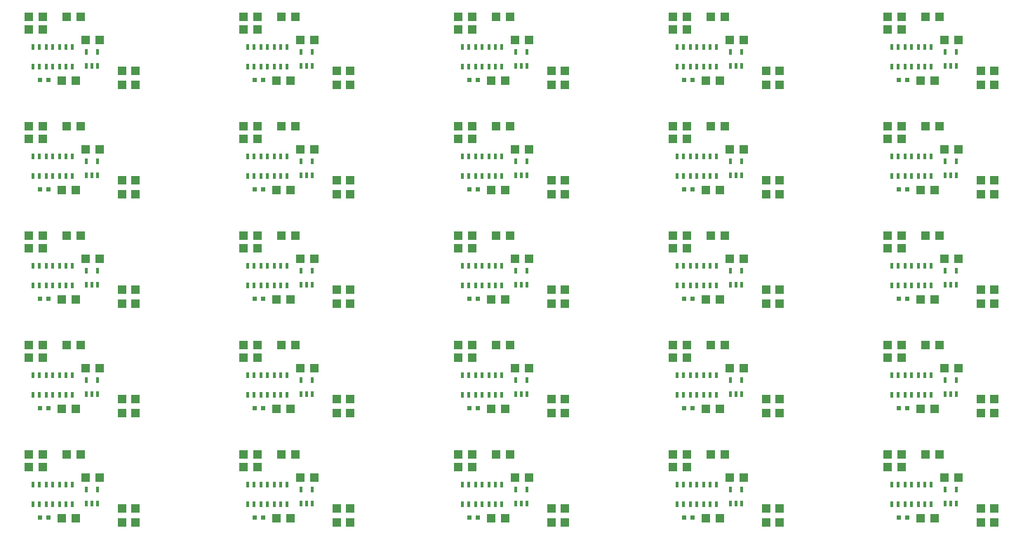
<source format=gbp>
G04 EAGLE Gerber RS-274X export*
G75*
%MOMM*%
%FSLAX34Y34*%
%LPD*%
%INSolderpaste Bottom*%
%IPPOS*%
%AMOC8*
5,1,8,0,0,1.08239X$1,22.5*%
G01*
%ADD10R,0.400000X0.750000*%
%ADD11R,0.330200X0.685800*%
%ADD12R,0.350000X0.750000*%
%ADD13R,1.100000X1.000000*%
%ADD14R,0.600000X0.600000*%
%ADD15R,1.000000X1.100000*%


D10*
X180744Y71750D03*
X167744Y71750D03*
D11*
X180975Y55245D03*
X174244Y55245D03*
X167513Y55245D03*
D12*
X102912Y77965D03*
X110912Y77965D03*
X118912Y77965D03*
X126912Y77965D03*
X134912Y77965D03*
X142912Y77965D03*
X150912Y77965D03*
X150912Y53965D03*
X142912Y53965D03*
X134912Y53965D03*
X126912Y53965D03*
X118912Y53965D03*
X110912Y53965D03*
X102912Y53965D03*
D13*
X115180Y99060D03*
X98180Y99060D03*
X115180Y114300D03*
X98180Y114300D03*
X183760Y86360D03*
X166760Y86360D03*
X137728Y37617D03*
X154728Y37617D03*
D14*
X121840Y38100D03*
X111840Y38100D03*
D13*
X160900Y114300D03*
X143900Y114300D03*
D15*
X210566Y32140D03*
X210566Y49140D03*
X226822Y32140D03*
X226822Y49140D03*
D10*
X439824Y71750D03*
X426824Y71750D03*
D11*
X440055Y55245D03*
X433324Y55245D03*
X426593Y55245D03*
D12*
X361992Y77965D03*
X369992Y77965D03*
X377992Y77965D03*
X385992Y77965D03*
X393992Y77965D03*
X401992Y77965D03*
X409992Y77965D03*
X409992Y53965D03*
X401992Y53965D03*
X393992Y53965D03*
X385992Y53965D03*
X377992Y53965D03*
X369992Y53965D03*
X361992Y53965D03*
D13*
X374260Y99060D03*
X357260Y99060D03*
X374260Y114300D03*
X357260Y114300D03*
X442840Y86360D03*
X425840Y86360D03*
X396808Y37617D03*
X413808Y37617D03*
D14*
X380920Y38100D03*
X370920Y38100D03*
D13*
X419980Y114300D03*
X402980Y114300D03*
D15*
X469646Y32140D03*
X469646Y49140D03*
X485902Y32140D03*
X485902Y49140D03*
D10*
X698904Y71750D03*
X685904Y71750D03*
D11*
X699135Y55245D03*
X692404Y55245D03*
X685673Y55245D03*
D12*
X621072Y77965D03*
X629072Y77965D03*
X637072Y77965D03*
X645072Y77965D03*
X653072Y77965D03*
X661072Y77965D03*
X669072Y77965D03*
X669072Y53965D03*
X661072Y53965D03*
X653072Y53965D03*
X645072Y53965D03*
X637072Y53965D03*
X629072Y53965D03*
X621072Y53965D03*
D13*
X633340Y99060D03*
X616340Y99060D03*
X633340Y114300D03*
X616340Y114300D03*
X701920Y86360D03*
X684920Y86360D03*
X655888Y37617D03*
X672888Y37617D03*
D14*
X640000Y38100D03*
X630000Y38100D03*
D13*
X679060Y114300D03*
X662060Y114300D03*
D15*
X728726Y32140D03*
X728726Y49140D03*
X744982Y32140D03*
X744982Y49140D03*
D10*
X957984Y71750D03*
X944984Y71750D03*
D11*
X958215Y55245D03*
X951484Y55245D03*
X944753Y55245D03*
D12*
X880152Y77965D03*
X888152Y77965D03*
X896152Y77965D03*
X904152Y77965D03*
X912152Y77965D03*
X920152Y77965D03*
X928152Y77965D03*
X928152Y53965D03*
X920152Y53965D03*
X912152Y53965D03*
X904152Y53965D03*
X896152Y53965D03*
X888152Y53965D03*
X880152Y53965D03*
D13*
X892420Y99060D03*
X875420Y99060D03*
X892420Y114300D03*
X875420Y114300D03*
X961000Y86360D03*
X944000Y86360D03*
X914968Y37617D03*
X931968Y37617D03*
D14*
X899080Y38100D03*
X889080Y38100D03*
D13*
X938140Y114300D03*
X921140Y114300D03*
D15*
X987806Y32140D03*
X987806Y49140D03*
X1004062Y32140D03*
X1004062Y49140D03*
D10*
X1217064Y71750D03*
X1204064Y71750D03*
D11*
X1217295Y55245D03*
X1210564Y55245D03*
X1203833Y55245D03*
D12*
X1139232Y77965D03*
X1147232Y77965D03*
X1155232Y77965D03*
X1163232Y77965D03*
X1171232Y77965D03*
X1179232Y77965D03*
X1187232Y77965D03*
X1187232Y53965D03*
X1179232Y53965D03*
X1171232Y53965D03*
X1163232Y53965D03*
X1155232Y53965D03*
X1147232Y53965D03*
X1139232Y53965D03*
D13*
X1151500Y99060D03*
X1134500Y99060D03*
X1151500Y114300D03*
X1134500Y114300D03*
X1220080Y86360D03*
X1203080Y86360D03*
X1174048Y37617D03*
X1191048Y37617D03*
D14*
X1158160Y38100D03*
X1148160Y38100D03*
D13*
X1197220Y114300D03*
X1180220Y114300D03*
D15*
X1246886Y32140D03*
X1246886Y49140D03*
X1263142Y32140D03*
X1263142Y49140D03*
D10*
X180744Y203830D03*
X167744Y203830D03*
D11*
X180975Y187325D03*
X174244Y187325D03*
X167513Y187325D03*
D12*
X102912Y210045D03*
X110912Y210045D03*
X118912Y210045D03*
X126912Y210045D03*
X134912Y210045D03*
X142912Y210045D03*
X150912Y210045D03*
X150912Y186045D03*
X142912Y186045D03*
X134912Y186045D03*
X126912Y186045D03*
X118912Y186045D03*
X110912Y186045D03*
X102912Y186045D03*
D13*
X115180Y231140D03*
X98180Y231140D03*
X115180Y246380D03*
X98180Y246380D03*
X183760Y218440D03*
X166760Y218440D03*
X137728Y169697D03*
X154728Y169697D03*
D14*
X121840Y170180D03*
X111840Y170180D03*
D13*
X160900Y246380D03*
X143900Y246380D03*
D15*
X210566Y164220D03*
X210566Y181220D03*
X226822Y164220D03*
X226822Y181220D03*
D10*
X439824Y203830D03*
X426824Y203830D03*
D11*
X440055Y187325D03*
X433324Y187325D03*
X426593Y187325D03*
D12*
X361992Y210045D03*
X369992Y210045D03*
X377992Y210045D03*
X385992Y210045D03*
X393992Y210045D03*
X401992Y210045D03*
X409992Y210045D03*
X409992Y186045D03*
X401992Y186045D03*
X393992Y186045D03*
X385992Y186045D03*
X377992Y186045D03*
X369992Y186045D03*
X361992Y186045D03*
D13*
X374260Y231140D03*
X357260Y231140D03*
X374260Y246380D03*
X357260Y246380D03*
X442840Y218440D03*
X425840Y218440D03*
X396808Y169697D03*
X413808Y169697D03*
D14*
X380920Y170180D03*
X370920Y170180D03*
D13*
X419980Y246380D03*
X402980Y246380D03*
D15*
X469646Y164220D03*
X469646Y181220D03*
X485902Y164220D03*
X485902Y181220D03*
D10*
X698904Y203830D03*
X685904Y203830D03*
D11*
X699135Y187325D03*
X692404Y187325D03*
X685673Y187325D03*
D12*
X621072Y210045D03*
X629072Y210045D03*
X637072Y210045D03*
X645072Y210045D03*
X653072Y210045D03*
X661072Y210045D03*
X669072Y210045D03*
X669072Y186045D03*
X661072Y186045D03*
X653072Y186045D03*
X645072Y186045D03*
X637072Y186045D03*
X629072Y186045D03*
X621072Y186045D03*
D13*
X633340Y231140D03*
X616340Y231140D03*
X633340Y246380D03*
X616340Y246380D03*
X701920Y218440D03*
X684920Y218440D03*
X655888Y169697D03*
X672888Y169697D03*
D14*
X640000Y170180D03*
X630000Y170180D03*
D13*
X679060Y246380D03*
X662060Y246380D03*
D15*
X728726Y164220D03*
X728726Y181220D03*
X744982Y164220D03*
X744982Y181220D03*
D10*
X957984Y203830D03*
X944984Y203830D03*
D11*
X958215Y187325D03*
X951484Y187325D03*
X944753Y187325D03*
D12*
X880152Y210045D03*
X888152Y210045D03*
X896152Y210045D03*
X904152Y210045D03*
X912152Y210045D03*
X920152Y210045D03*
X928152Y210045D03*
X928152Y186045D03*
X920152Y186045D03*
X912152Y186045D03*
X904152Y186045D03*
X896152Y186045D03*
X888152Y186045D03*
X880152Y186045D03*
D13*
X892420Y231140D03*
X875420Y231140D03*
X892420Y246380D03*
X875420Y246380D03*
X961000Y218440D03*
X944000Y218440D03*
X914968Y169697D03*
X931968Y169697D03*
D14*
X899080Y170180D03*
X889080Y170180D03*
D13*
X938140Y246380D03*
X921140Y246380D03*
D15*
X987806Y164220D03*
X987806Y181220D03*
X1004062Y164220D03*
X1004062Y181220D03*
D10*
X1217064Y203830D03*
X1204064Y203830D03*
D11*
X1217295Y187325D03*
X1210564Y187325D03*
X1203833Y187325D03*
D12*
X1139232Y210045D03*
X1147232Y210045D03*
X1155232Y210045D03*
X1163232Y210045D03*
X1171232Y210045D03*
X1179232Y210045D03*
X1187232Y210045D03*
X1187232Y186045D03*
X1179232Y186045D03*
X1171232Y186045D03*
X1163232Y186045D03*
X1155232Y186045D03*
X1147232Y186045D03*
X1139232Y186045D03*
D13*
X1151500Y231140D03*
X1134500Y231140D03*
X1151500Y246380D03*
X1134500Y246380D03*
X1220080Y218440D03*
X1203080Y218440D03*
X1174048Y169697D03*
X1191048Y169697D03*
D14*
X1158160Y170180D03*
X1148160Y170180D03*
D13*
X1197220Y246380D03*
X1180220Y246380D03*
D15*
X1246886Y164220D03*
X1246886Y181220D03*
X1263142Y164220D03*
X1263142Y181220D03*
D10*
X180744Y335910D03*
X167744Y335910D03*
D11*
X180975Y319405D03*
X174244Y319405D03*
X167513Y319405D03*
D12*
X102912Y342125D03*
X110912Y342125D03*
X118912Y342125D03*
X126912Y342125D03*
X134912Y342125D03*
X142912Y342125D03*
X150912Y342125D03*
X150912Y318125D03*
X142912Y318125D03*
X134912Y318125D03*
X126912Y318125D03*
X118912Y318125D03*
X110912Y318125D03*
X102912Y318125D03*
D13*
X115180Y363220D03*
X98180Y363220D03*
X115180Y378460D03*
X98180Y378460D03*
X183760Y350520D03*
X166760Y350520D03*
X137728Y301777D03*
X154728Y301777D03*
D14*
X121840Y302260D03*
X111840Y302260D03*
D13*
X160900Y378460D03*
X143900Y378460D03*
D15*
X210566Y296300D03*
X210566Y313300D03*
X226822Y296300D03*
X226822Y313300D03*
D10*
X439824Y335910D03*
X426824Y335910D03*
D11*
X440055Y319405D03*
X433324Y319405D03*
X426593Y319405D03*
D12*
X361992Y342125D03*
X369992Y342125D03*
X377992Y342125D03*
X385992Y342125D03*
X393992Y342125D03*
X401992Y342125D03*
X409992Y342125D03*
X409992Y318125D03*
X401992Y318125D03*
X393992Y318125D03*
X385992Y318125D03*
X377992Y318125D03*
X369992Y318125D03*
X361992Y318125D03*
D13*
X374260Y363220D03*
X357260Y363220D03*
X374260Y378460D03*
X357260Y378460D03*
X442840Y350520D03*
X425840Y350520D03*
X396808Y301777D03*
X413808Y301777D03*
D14*
X380920Y302260D03*
X370920Y302260D03*
D13*
X419980Y378460D03*
X402980Y378460D03*
D15*
X469646Y296300D03*
X469646Y313300D03*
X485902Y296300D03*
X485902Y313300D03*
D10*
X698904Y335910D03*
X685904Y335910D03*
D11*
X699135Y319405D03*
X692404Y319405D03*
X685673Y319405D03*
D12*
X621072Y342125D03*
X629072Y342125D03*
X637072Y342125D03*
X645072Y342125D03*
X653072Y342125D03*
X661072Y342125D03*
X669072Y342125D03*
X669072Y318125D03*
X661072Y318125D03*
X653072Y318125D03*
X645072Y318125D03*
X637072Y318125D03*
X629072Y318125D03*
X621072Y318125D03*
D13*
X633340Y363220D03*
X616340Y363220D03*
X633340Y378460D03*
X616340Y378460D03*
X701920Y350520D03*
X684920Y350520D03*
X655888Y301777D03*
X672888Y301777D03*
D14*
X640000Y302260D03*
X630000Y302260D03*
D13*
X679060Y378460D03*
X662060Y378460D03*
D15*
X728726Y296300D03*
X728726Y313300D03*
X744982Y296300D03*
X744982Y313300D03*
D10*
X957984Y335910D03*
X944984Y335910D03*
D11*
X958215Y319405D03*
X951484Y319405D03*
X944753Y319405D03*
D12*
X880152Y342125D03*
X888152Y342125D03*
X896152Y342125D03*
X904152Y342125D03*
X912152Y342125D03*
X920152Y342125D03*
X928152Y342125D03*
X928152Y318125D03*
X920152Y318125D03*
X912152Y318125D03*
X904152Y318125D03*
X896152Y318125D03*
X888152Y318125D03*
X880152Y318125D03*
D13*
X892420Y363220D03*
X875420Y363220D03*
X892420Y378460D03*
X875420Y378460D03*
X961000Y350520D03*
X944000Y350520D03*
X914968Y301777D03*
X931968Y301777D03*
D14*
X899080Y302260D03*
X889080Y302260D03*
D13*
X938140Y378460D03*
X921140Y378460D03*
D15*
X987806Y296300D03*
X987806Y313300D03*
X1004062Y296300D03*
X1004062Y313300D03*
D10*
X1217064Y335910D03*
X1204064Y335910D03*
D11*
X1217295Y319405D03*
X1210564Y319405D03*
X1203833Y319405D03*
D12*
X1139232Y342125D03*
X1147232Y342125D03*
X1155232Y342125D03*
X1163232Y342125D03*
X1171232Y342125D03*
X1179232Y342125D03*
X1187232Y342125D03*
X1187232Y318125D03*
X1179232Y318125D03*
X1171232Y318125D03*
X1163232Y318125D03*
X1155232Y318125D03*
X1147232Y318125D03*
X1139232Y318125D03*
D13*
X1151500Y363220D03*
X1134500Y363220D03*
X1151500Y378460D03*
X1134500Y378460D03*
X1220080Y350520D03*
X1203080Y350520D03*
X1174048Y301777D03*
X1191048Y301777D03*
D14*
X1158160Y302260D03*
X1148160Y302260D03*
D13*
X1197220Y378460D03*
X1180220Y378460D03*
D15*
X1246886Y296300D03*
X1246886Y313300D03*
X1263142Y296300D03*
X1263142Y313300D03*
D10*
X180744Y467990D03*
X167744Y467990D03*
D11*
X180975Y451485D03*
X174244Y451485D03*
X167513Y451485D03*
D12*
X102912Y474205D03*
X110912Y474205D03*
X118912Y474205D03*
X126912Y474205D03*
X134912Y474205D03*
X142912Y474205D03*
X150912Y474205D03*
X150912Y450205D03*
X142912Y450205D03*
X134912Y450205D03*
X126912Y450205D03*
X118912Y450205D03*
X110912Y450205D03*
X102912Y450205D03*
D13*
X115180Y495300D03*
X98180Y495300D03*
X115180Y510540D03*
X98180Y510540D03*
X183760Y482600D03*
X166760Y482600D03*
X137728Y433857D03*
X154728Y433857D03*
D14*
X121840Y434340D03*
X111840Y434340D03*
D13*
X160900Y510540D03*
X143900Y510540D03*
D15*
X210566Y428380D03*
X210566Y445380D03*
X226822Y428380D03*
X226822Y445380D03*
D10*
X439824Y467990D03*
X426824Y467990D03*
D11*
X440055Y451485D03*
X433324Y451485D03*
X426593Y451485D03*
D12*
X361992Y474205D03*
X369992Y474205D03*
X377992Y474205D03*
X385992Y474205D03*
X393992Y474205D03*
X401992Y474205D03*
X409992Y474205D03*
X409992Y450205D03*
X401992Y450205D03*
X393992Y450205D03*
X385992Y450205D03*
X377992Y450205D03*
X369992Y450205D03*
X361992Y450205D03*
D13*
X374260Y495300D03*
X357260Y495300D03*
X374260Y510540D03*
X357260Y510540D03*
X442840Y482600D03*
X425840Y482600D03*
X396808Y433857D03*
X413808Y433857D03*
D14*
X380920Y434340D03*
X370920Y434340D03*
D13*
X419980Y510540D03*
X402980Y510540D03*
D15*
X469646Y428380D03*
X469646Y445380D03*
X485902Y428380D03*
X485902Y445380D03*
D10*
X698904Y467990D03*
X685904Y467990D03*
D11*
X699135Y451485D03*
X692404Y451485D03*
X685673Y451485D03*
D12*
X621072Y474205D03*
X629072Y474205D03*
X637072Y474205D03*
X645072Y474205D03*
X653072Y474205D03*
X661072Y474205D03*
X669072Y474205D03*
X669072Y450205D03*
X661072Y450205D03*
X653072Y450205D03*
X645072Y450205D03*
X637072Y450205D03*
X629072Y450205D03*
X621072Y450205D03*
D13*
X633340Y495300D03*
X616340Y495300D03*
X633340Y510540D03*
X616340Y510540D03*
X701920Y482600D03*
X684920Y482600D03*
X655888Y433857D03*
X672888Y433857D03*
D14*
X640000Y434340D03*
X630000Y434340D03*
D13*
X679060Y510540D03*
X662060Y510540D03*
D15*
X728726Y428380D03*
X728726Y445380D03*
X744982Y428380D03*
X744982Y445380D03*
D10*
X957984Y467990D03*
X944984Y467990D03*
D11*
X958215Y451485D03*
X951484Y451485D03*
X944753Y451485D03*
D12*
X880152Y474205D03*
X888152Y474205D03*
X896152Y474205D03*
X904152Y474205D03*
X912152Y474205D03*
X920152Y474205D03*
X928152Y474205D03*
X928152Y450205D03*
X920152Y450205D03*
X912152Y450205D03*
X904152Y450205D03*
X896152Y450205D03*
X888152Y450205D03*
X880152Y450205D03*
D13*
X892420Y495300D03*
X875420Y495300D03*
X892420Y510540D03*
X875420Y510540D03*
X961000Y482600D03*
X944000Y482600D03*
X914968Y433857D03*
X931968Y433857D03*
D14*
X899080Y434340D03*
X889080Y434340D03*
D13*
X938140Y510540D03*
X921140Y510540D03*
D15*
X987806Y428380D03*
X987806Y445380D03*
X1004062Y428380D03*
X1004062Y445380D03*
D10*
X1217064Y467990D03*
X1204064Y467990D03*
D11*
X1217295Y451485D03*
X1210564Y451485D03*
X1203833Y451485D03*
D12*
X1139232Y474205D03*
X1147232Y474205D03*
X1155232Y474205D03*
X1163232Y474205D03*
X1171232Y474205D03*
X1179232Y474205D03*
X1187232Y474205D03*
X1187232Y450205D03*
X1179232Y450205D03*
X1171232Y450205D03*
X1163232Y450205D03*
X1155232Y450205D03*
X1147232Y450205D03*
X1139232Y450205D03*
D13*
X1151500Y495300D03*
X1134500Y495300D03*
X1151500Y510540D03*
X1134500Y510540D03*
X1220080Y482600D03*
X1203080Y482600D03*
X1174048Y433857D03*
X1191048Y433857D03*
D14*
X1158160Y434340D03*
X1148160Y434340D03*
D13*
X1197220Y510540D03*
X1180220Y510540D03*
D15*
X1246886Y428380D03*
X1246886Y445380D03*
X1263142Y428380D03*
X1263142Y445380D03*
D10*
X180744Y600070D03*
X167744Y600070D03*
D11*
X180975Y583565D03*
X174244Y583565D03*
X167513Y583565D03*
D12*
X102912Y606285D03*
X110912Y606285D03*
X118912Y606285D03*
X126912Y606285D03*
X134912Y606285D03*
X142912Y606285D03*
X150912Y606285D03*
X150912Y582285D03*
X142912Y582285D03*
X134912Y582285D03*
X126912Y582285D03*
X118912Y582285D03*
X110912Y582285D03*
X102912Y582285D03*
D13*
X115180Y627380D03*
X98180Y627380D03*
X115180Y642620D03*
X98180Y642620D03*
X183760Y614680D03*
X166760Y614680D03*
X137728Y565937D03*
X154728Y565937D03*
D14*
X121840Y566420D03*
X111840Y566420D03*
D13*
X160900Y642620D03*
X143900Y642620D03*
D15*
X210566Y560460D03*
X210566Y577460D03*
X226822Y560460D03*
X226822Y577460D03*
D10*
X439824Y600070D03*
X426824Y600070D03*
D11*
X440055Y583565D03*
X433324Y583565D03*
X426593Y583565D03*
D12*
X361992Y606285D03*
X369992Y606285D03*
X377992Y606285D03*
X385992Y606285D03*
X393992Y606285D03*
X401992Y606285D03*
X409992Y606285D03*
X409992Y582285D03*
X401992Y582285D03*
X393992Y582285D03*
X385992Y582285D03*
X377992Y582285D03*
X369992Y582285D03*
X361992Y582285D03*
D13*
X374260Y627380D03*
X357260Y627380D03*
X374260Y642620D03*
X357260Y642620D03*
X442840Y614680D03*
X425840Y614680D03*
X396808Y565937D03*
X413808Y565937D03*
D14*
X380920Y566420D03*
X370920Y566420D03*
D13*
X419980Y642620D03*
X402980Y642620D03*
D15*
X469646Y560460D03*
X469646Y577460D03*
X485902Y560460D03*
X485902Y577460D03*
D10*
X698904Y600070D03*
X685904Y600070D03*
D11*
X699135Y583565D03*
X692404Y583565D03*
X685673Y583565D03*
D12*
X621072Y606285D03*
X629072Y606285D03*
X637072Y606285D03*
X645072Y606285D03*
X653072Y606285D03*
X661072Y606285D03*
X669072Y606285D03*
X669072Y582285D03*
X661072Y582285D03*
X653072Y582285D03*
X645072Y582285D03*
X637072Y582285D03*
X629072Y582285D03*
X621072Y582285D03*
D13*
X633340Y627380D03*
X616340Y627380D03*
X633340Y642620D03*
X616340Y642620D03*
X701920Y614680D03*
X684920Y614680D03*
X655888Y565937D03*
X672888Y565937D03*
D14*
X640000Y566420D03*
X630000Y566420D03*
D13*
X679060Y642620D03*
X662060Y642620D03*
D15*
X728726Y560460D03*
X728726Y577460D03*
X744982Y560460D03*
X744982Y577460D03*
D10*
X957984Y600070D03*
X944984Y600070D03*
D11*
X958215Y583565D03*
X951484Y583565D03*
X944753Y583565D03*
D12*
X880152Y606285D03*
X888152Y606285D03*
X896152Y606285D03*
X904152Y606285D03*
X912152Y606285D03*
X920152Y606285D03*
X928152Y606285D03*
X928152Y582285D03*
X920152Y582285D03*
X912152Y582285D03*
X904152Y582285D03*
X896152Y582285D03*
X888152Y582285D03*
X880152Y582285D03*
D13*
X892420Y627380D03*
X875420Y627380D03*
X892420Y642620D03*
X875420Y642620D03*
X961000Y614680D03*
X944000Y614680D03*
X914968Y565937D03*
X931968Y565937D03*
D14*
X899080Y566420D03*
X889080Y566420D03*
D13*
X938140Y642620D03*
X921140Y642620D03*
D15*
X987806Y560460D03*
X987806Y577460D03*
X1004062Y560460D03*
X1004062Y577460D03*
D10*
X1217064Y600070D03*
X1204064Y600070D03*
D11*
X1217295Y583565D03*
X1210564Y583565D03*
X1203833Y583565D03*
D12*
X1139232Y606285D03*
X1147232Y606285D03*
X1155232Y606285D03*
X1163232Y606285D03*
X1171232Y606285D03*
X1179232Y606285D03*
X1187232Y606285D03*
X1187232Y582285D03*
X1179232Y582285D03*
X1171232Y582285D03*
X1163232Y582285D03*
X1155232Y582285D03*
X1147232Y582285D03*
X1139232Y582285D03*
D13*
X1151500Y627380D03*
X1134500Y627380D03*
X1151500Y642620D03*
X1134500Y642620D03*
X1220080Y614680D03*
X1203080Y614680D03*
X1174048Y565937D03*
X1191048Y565937D03*
D14*
X1158160Y566420D03*
X1148160Y566420D03*
D13*
X1197220Y642620D03*
X1180220Y642620D03*
D15*
X1246886Y560460D03*
X1246886Y577460D03*
X1263142Y560460D03*
X1263142Y577460D03*
M02*

</source>
